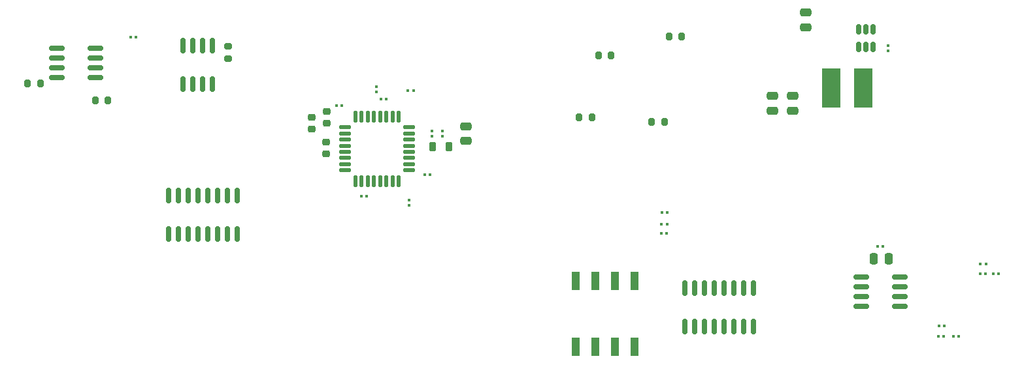
<source format=gbr>
%TF.GenerationSoftware,KiCad,Pcbnew,(6.0.6)*%
%TF.CreationDate,2022-07-22T23:00:37-04:00*%
%TF.ProjectId,Proyecto,50726f79-6563-4746-9f2e-6b696361645f,rev?*%
%TF.SameCoordinates,Original*%
%TF.FileFunction,Paste,Top*%
%TF.FilePolarity,Positive*%
%FSLAX46Y46*%
G04 Gerber Fmt 4.6, Leading zero omitted, Abs format (unit mm)*
G04 Created by KiCad (PCBNEW (6.0.6)) date 2022-07-22 23:00:37*
%MOMM*%
%LPD*%
G01*
G04 APERTURE LIST*
G04 Aperture macros list*
%AMRoundRect*
0 Rectangle with rounded corners*
0 $1 Rounding radius*
0 $2 $3 $4 $5 $6 $7 $8 $9 X,Y pos of 4 corners*
0 Add a 4 corners polygon primitive as box body*
4,1,4,$2,$3,$4,$5,$6,$7,$8,$9,$2,$3,0*
0 Add four circle primitives for the rounded corners*
1,1,$1+$1,$2,$3*
1,1,$1+$1,$4,$5*
1,1,$1+$1,$6,$7*
1,1,$1+$1,$8,$9*
0 Add four rect primitives between the rounded corners*
20,1,$1+$1,$2,$3,$4,$5,0*
20,1,$1+$1,$4,$5,$6,$7,0*
20,1,$1+$1,$6,$7,$8,$9,0*
20,1,$1+$1,$8,$9,$2,$3,0*%
G04 Aperture macros list end*
%ADD10RoundRect,0.079500X0.079500X0.100500X-0.079500X0.100500X-0.079500X-0.100500X0.079500X-0.100500X0*%
%ADD11RoundRect,0.150000X0.825000X0.150000X-0.825000X0.150000X-0.825000X-0.150000X0.825000X-0.150000X0*%
%ADD12RoundRect,0.150000X-0.150000X0.825000X-0.150000X-0.825000X0.150000X-0.825000X0.150000X0.825000X0*%
%ADD13R,1.120000X2.440000*%
%ADD14RoundRect,0.079500X-0.079500X-0.100500X0.079500X-0.100500X0.079500X0.100500X-0.079500X0.100500X0*%
%ADD15RoundRect,0.225000X0.250000X-0.225000X0.250000X0.225000X-0.250000X0.225000X-0.250000X-0.225000X0*%
%ADD16RoundRect,0.150000X-0.150000X0.512500X-0.150000X-0.512500X0.150000X-0.512500X0.150000X0.512500X0*%
%ADD17RoundRect,0.079500X-0.100500X0.079500X-0.100500X-0.079500X0.100500X-0.079500X0.100500X0.079500X0*%
%ADD18RoundRect,0.200000X-0.200000X-0.275000X0.200000X-0.275000X0.200000X0.275000X-0.200000X0.275000X0*%
%ADD19RoundRect,0.218750X0.218750X0.381250X-0.218750X0.381250X-0.218750X-0.381250X0.218750X-0.381250X0*%
%ADD20R,2.350000X5.100000*%
%ADD21RoundRect,0.250000X-0.475000X0.250000X-0.475000X-0.250000X0.475000X-0.250000X0.475000X0.250000X0*%
%ADD22RoundRect,0.200000X0.200000X0.275000X-0.200000X0.275000X-0.200000X-0.275000X0.200000X-0.275000X0*%
%ADD23RoundRect,0.125000X-0.625000X-0.125000X0.625000X-0.125000X0.625000X0.125000X-0.625000X0.125000X0*%
%ADD24RoundRect,0.125000X-0.125000X-0.625000X0.125000X-0.625000X0.125000X0.625000X-0.125000X0.625000X0*%
%ADD25RoundRect,0.079500X0.100500X-0.079500X0.100500X0.079500X-0.100500X0.079500X-0.100500X-0.079500X0*%
%ADD26RoundRect,0.250000X0.475000X-0.250000X0.475000X0.250000X-0.475000X0.250000X-0.475000X-0.250000X0*%
%ADD27RoundRect,0.200000X-0.275000X0.200000X-0.275000X-0.200000X0.275000X-0.200000X0.275000X0.200000X0*%
%ADD28RoundRect,0.225000X-0.250000X0.225000X-0.250000X-0.225000X0.250000X-0.225000X0.250000X0.225000X0*%
%ADD29RoundRect,0.250000X-0.250000X-0.475000X0.250000X-0.475000X0.250000X0.475000X-0.250000X0.475000X0*%
%ADD30RoundRect,0.150000X-0.825000X-0.150000X0.825000X-0.150000X0.825000X0.150000X-0.825000X0.150000X0*%
G04 APERTURE END LIST*
D10*
%TO.C,R11*%
X124261382Y-65750000D03*
X124951382Y-65750000D03*
%TD*%
D11*
%TO.C,U7*%
X93006382Y-62030000D03*
X93006382Y-60760000D03*
X93006382Y-59490000D03*
X93006382Y-58220000D03*
X88056382Y-58220000D03*
X88056382Y-59490000D03*
X88056382Y-60760000D03*
X88056382Y-62030000D03*
%TD*%
D12*
%TO.C,U1*%
X111401382Y-77400000D03*
X110131382Y-77400000D03*
X108861382Y-77400000D03*
X107591382Y-77400000D03*
X106321382Y-77400000D03*
X105051382Y-77400000D03*
X103781382Y-77400000D03*
X102511382Y-77400000D03*
X102511382Y-82350000D03*
X103781382Y-82350000D03*
X105051382Y-82350000D03*
X106321382Y-82350000D03*
X107591382Y-82350000D03*
X108861382Y-82350000D03*
X110131382Y-82350000D03*
X111401382Y-82350000D03*
%TD*%
D13*
%TO.C,SW1*%
X155271382Y-97060000D03*
X157811382Y-97060000D03*
X160351382Y-97060000D03*
X162891382Y-97060000D03*
X162891382Y-88450000D03*
X160351382Y-88450000D03*
X157811382Y-88450000D03*
X155271382Y-88450000D03*
%TD*%
D14*
%TO.C,R16*%
X203001382Y-94325000D03*
X202311382Y-94325000D03*
%TD*%
D15*
%TO.C,C6*%
X121081382Y-68750000D03*
X121081382Y-67200000D03*
%TD*%
D14*
%TO.C,R14*%
X208376382Y-87550000D03*
X207686382Y-87550000D03*
%TD*%
D10*
%TO.C,R12*%
X167076382Y-81150000D03*
X166386382Y-81150000D03*
%TD*%
%TO.C,R10*%
X127461382Y-77500000D03*
X128151382Y-77500000D03*
%TD*%
D16*
%TO.C,U3*%
X193816382Y-55787500D03*
X192866382Y-55787500D03*
X191916382Y-55787500D03*
X191916382Y-58062500D03*
X192866382Y-58062500D03*
X193816382Y-58062500D03*
%TD*%
D17*
%TO.C,C15*%
X133631382Y-78005000D03*
X133631382Y-78695000D03*
%TD*%
D18*
%TO.C,R6*%
X158206382Y-59225000D03*
X159856382Y-59225000D03*
%TD*%
D19*
%TO.C,L2*%
X138858882Y-71085000D03*
X136733882Y-71085000D03*
%TD*%
D10*
%TO.C,C8*%
X134226382Y-63800000D03*
X133536382Y-63800000D03*
%TD*%
D20*
%TO.C,L1*%
X192491382Y-63410000D03*
X188341382Y-63410000D03*
%TD*%
D14*
%TO.C,R8*%
X130751382Y-64850000D03*
X130061382Y-64850000D03*
%TD*%
D21*
%TO.C,C5*%
X180756382Y-64475000D03*
X180756382Y-66375000D03*
%TD*%
%TO.C,C4*%
X183356382Y-64465000D03*
X183356382Y-66365000D03*
%TD*%
D12*
%TO.C,U6*%
X108161382Y-57950000D03*
X106891382Y-57950000D03*
X105621382Y-57950000D03*
X104351382Y-57950000D03*
X104351382Y-62900000D03*
X105621382Y-62900000D03*
X106891382Y-62900000D03*
X108161382Y-62900000D03*
%TD*%
D17*
%TO.C,C10*%
X137996382Y-69680000D03*
X137996382Y-68990000D03*
%TD*%
D22*
%TO.C,R4*%
X157356382Y-67250000D03*
X155706382Y-67250000D03*
%TD*%
D17*
%TO.C,C11*%
X136596382Y-69015000D03*
X136596382Y-69705000D03*
%TD*%
D23*
%TO.C,IC1*%
X125356382Y-68525000D03*
X125356382Y-69325000D03*
X125356382Y-70125000D03*
X125356382Y-70925000D03*
X125356382Y-71725000D03*
X125356382Y-72525000D03*
X125356382Y-73325000D03*
X125356382Y-74125000D03*
D24*
X126731382Y-75500000D03*
X127531382Y-75500000D03*
X128331382Y-75500000D03*
X129131382Y-75500000D03*
X129931382Y-75500000D03*
X130731382Y-75500000D03*
X131531382Y-75500000D03*
X132331382Y-75500000D03*
D23*
X133706382Y-74125000D03*
X133706382Y-73325000D03*
X133706382Y-72525000D03*
X133706382Y-71725000D03*
X133706382Y-70925000D03*
X133706382Y-70125000D03*
X133706382Y-69325000D03*
X133706382Y-68525000D03*
D24*
X132331382Y-67150000D03*
X131531382Y-67150000D03*
X130731382Y-67150000D03*
X129931382Y-67150000D03*
X129131382Y-67150000D03*
X128331382Y-67150000D03*
X127531382Y-67150000D03*
X126731382Y-67150000D03*
%TD*%
D10*
%TO.C,R20*%
X97586382Y-56825000D03*
X98276382Y-56825000D03*
%TD*%
D14*
%TO.C,C13*%
X195051382Y-84000000D03*
X194361382Y-84000000D03*
%TD*%
D10*
%TO.C,R13*%
X167026382Y-82300000D03*
X166336382Y-82300000D03*
%TD*%
D25*
%TO.C,C3*%
X195750382Y-57949000D03*
X195750382Y-58639000D03*
%TD*%
D26*
%TO.C,RV2*%
X141071382Y-70285000D03*
X141071382Y-68385000D03*
%TD*%
D12*
%TO.C,U8*%
X178301382Y-89450000D03*
X177031382Y-89450000D03*
X175761382Y-89450000D03*
X174491382Y-89450000D03*
X173221382Y-89450000D03*
X171951382Y-89450000D03*
X170681382Y-89450000D03*
X169411382Y-89450000D03*
X169411382Y-94400000D03*
X170681382Y-94400000D03*
X171951382Y-94400000D03*
X173221382Y-94400000D03*
X174491382Y-94400000D03*
X175761382Y-94400000D03*
X177031382Y-94400000D03*
X178301382Y-94400000D03*
%TD*%
D14*
%TO.C,R18*%
X210046382Y-87550000D03*
X209356382Y-87550000D03*
%TD*%
D27*
%TO.C,R1*%
X110206382Y-58000000D03*
X110206382Y-59650000D03*
%TD*%
D22*
%TO.C,R3*%
X166756382Y-67800000D03*
X165106382Y-67800000D03*
%TD*%
D21*
%TO.C,C1*%
X185082382Y-53631000D03*
X185082382Y-55531000D03*
%TD*%
D28*
%TO.C,C7*%
X122906382Y-70425000D03*
X122906382Y-71975000D03*
%TD*%
D18*
%TO.C,R5*%
X167356382Y-56775000D03*
X169006382Y-56775000D03*
%TD*%
D14*
%TO.C,R19*%
X204186382Y-95725000D03*
X204876382Y-95725000D03*
%TD*%
D18*
%TO.C,R2*%
X84231382Y-62800000D03*
X85881382Y-62800000D03*
%TD*%
D17*
%TO.C,C9*%
X129456382Y-63230000D03*
X129456382Y-63920000D03*
%TD*%
D10*
%TO.C,R9*%
X166411382Y-79575000D03*
X167101382Y-79575000D03*
%TD*%
D29*
%TO.C,C12*%
X193881382Y-85600000D03*
X195781382Y-85600000D03*
%TD*%
D14*
%TO.C,R15*%
X207706382Y-86275000D03*
X208396382Y-86275000D03*
%TD*%
D18*
%TO.C,R7*%
X93031382Y-65025000D03*
X94681382Y-65025000D03*
%TD*%
D15*
%TO.C,C2*%
X123031382Y-68000000D03*
X123031382Y-66450000D03*
%TD*%
D14*
%TO.C,R17*%
X202926382Y-95725000D03*
X202236382Y-95725000D03*
%TD*%
D30*
%TO.C,U2*%
X192281382Y-87970000D03*
X192281382Y-89240000D03*
X192281382Y-90510000D03*
X192281382Y-91780000D03*
X197231382Y-91780000D03*
X197231382Y-90510000D03*
X197231382Y-89240000D03*
X197231382Y-87970000D03*
%TD*%
D14*
%TO.C,C14*%
X136401382Y-74725000D03*
X135711382Y-74725000D03*
%TD*%
M02*

</source>
